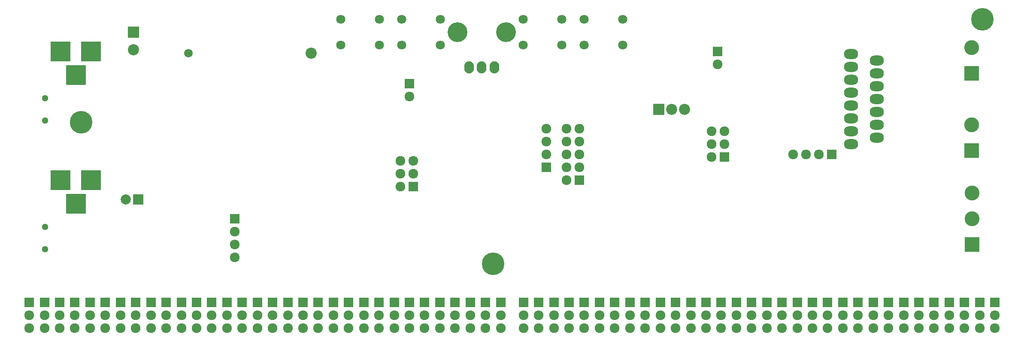
<source format=gbs>
G04 (created by PCBNEW (2013-may-18)-stable) date Tue 18 Mar 2014 20:31:26 GMT*
%MOIN*%
G04 Gerber Fmt 3.4, Leading zero omitted, Abs format*
%FSLAX34Y34*%
G01*
G70*
G90*
G04 APERTURE LIST*
%ADD10C,0.00590551*%
%ADD11C,0.085748*%
%ADD12R,0.085748X0.085748*%
%ADD13C,0.051148*%
%ADD14C,0.070748*%
%ADD15R,0.075748X0.075748*%
%ADD16C,0.075748*%
%ADD17O,0.110236X0.0787402*%
%ADD18R,0.0866142X0.0866142*%
%ADD19C,0.0866142*%
%ADD20R,0.0787402X0.0787402*%
%ADD21C,0.0787402*%
%ADD22R,0.115748X0.115748*%
%ADD23C,0.115748*%
%ADD24R,0.153548X0.153548*%
%ADD25C,0.066948*%
%ADD26C,0.086648*%
%ADD27C,0.175748*%
%ADD28O,0.0748031X0.0944882*%
%ADD29C,0.153543*%
G04 APERTURE END LIST*
G54D10*
G54D11*
X102870Y-68000D03*
G54D12*
X100870Y-68000D03*
G54D11*
X101870Y-68000D03*
G54D13*
X53189Y-67134D03*
X53189Y-68866D03*
X53189Y-77134D03*
X53189Y-78866D03*
G54D14*
X93330Y-61000D03*
X93330Y-63000D03*
X90330Y-61000D03*
X90330Y-63000D03*
X80881Y-63000D03*
X80881Y-61000D03*
X83881Y-63000D03*
X83881Y-61000D03*
G54D15*
X114295Y-71500D03*
G54D16*
X113295Y-71500D03*
X112295Y-71500D03*
X111295Y-71500D03*
G54D15*
X92125Y-72500D03*
G54D16*
X92125Y-71500D03*
X92125Y-70500D03*
X92125Y-69500D03*
G54D15*
X67913Y-76500D03*
G54D16*
X67913Y-77500D03*
X67913Y-78500D03*
X67913Y-79500D03*
G54D15*
X105968Y-71700D03*
G54D16*
X104968Y-71700D03*
X105968Y-70700D03*
X104968Y-70700D03*
X105968Y-69700D03*
X104968Y-69700D03*
G54D15*
X81791Y-74000D03*
G54D16*
X80791Y-74000D03*
X81791Y-73000D03*
X80791Y-73000D03*
X81791Y-72000D03*
X80791Y-72000D03*
G54D15*
X68503Y-83000D03*
G54D16*
X68503Y-84000D03*
X68503Y-85000D03*
G54D15*
X82677Y-83000D03*
G54D16*
X82677Y-84000D03*
X82677Y-85000D03*
G54D15*
X83858Y-83000D03*
G54D16*
X83858Y-84000D03*
X83858Y-85000D03*
G54D15*
X67322Y-83000D03*
G54D16*
X67322Y-84000D03*
X67322Y-85000D03*
G54D15*
X62598Y-83000D03*
G54D16*
X62598Y-84000D03*
X62598Y-85000D03*
G54D15*
X69685Y-83000D03*
G54D16*
X69685Y-84000D03*
X69685Y-85000D03*
G54D15*
X70866Y-83000D03*
G54D16*
X70866Y-84000D03*
X70866Y-85000D03*
G54D15*
X85039Y-83000D03*
G54D16*
X85039Y-84000D03*
X85039Y-85000D03*
G54D15*
X86220Y-83000D03*
G54D16*
X86220Y-84000D03*
X86220Y-85000D03*
G54D15*
X87401Y-83000D03*
G54D16*
X87401Y-84000D03*
X87401Y-85000D03*
G54D15*
X72047Y-83000D03*
G54D16*
X72047Y-84000D03*
X72047Y-85000D03*
G54D15*
X88582Y-83000D03*
G54D16*
X88582Y-84000D03*
X88582Y-85000D03*
G54D15*
X79133Y-83000D03*
G54D16*
X79133Y-84000D03*
X79133Y-85000D03*
G54D15*
X75590Y-83000D03*
G54D16*
X75590Y-84000D03*
X75590Y-85000D03*
G54D15*
X74409Y-83000D03*
G54D16*
X74409Y-84000D03*
X74409Y-85000D03*
G54D15*
X73228Y-83000D03*
G54D16*
X73228Y-84000D03*
X73228Y-85000D03*
G54D15*
X53149Y-83000D03*
G54D16*
X53149Y-84000D03*
X53149Y-85000D03*
G54D15*
X54330Y-83000D03*
G54D16*
X54330Y-84000D03*
X54330Y-85000D03*
G54D15*
X55511Y-83000D03*
G54D16*
X55511Y-84000D03*
X55511Y-85000D03*
G54D15*
X76771Y-83000D03*
G54D16*
X76771Y-84000D03*
X76771Y-85000D03*
G54D15*
X51968Y-83000D03*
G54D16*
X51968Y-84000D03*
X51968Y-85000D03*
G54D15*
X77952Y-83000D03*
G54D16*
X77952Y-84000D03*
X77952Y-85000D03*
G54D15*
X66141Y-83000D03*
G54D16*
X66141Y-84000D03*
X66141Y-85000D03*
G54D15*
X80314Y-83000D03*
G54D16*
X80314Y-84000D03*
X80314Y-85000D03*
G54D15*
X81496Y-83000D03*
G54D16*
X81496Y-84000D03*
X81496Y-85000D03*
G54D15*
X56692Y-83000D03*
G54D16*
X56692Y-84000D03*
X56692Y-85000D03*
G54D15*
X57874Y-83000D03*
G54D16*
X57874Y-84000D03*
X57874Y-85000D03*
G54D15*
X59055Y-83000D03*
G54D16*
X59055Y-84000D03*
X59055Y-85000D03*
G54D15*
X60236Y-83000D03*
G54D16*
X60236Y-84000D03*
X60236Y-85000D03*
G54D15*
X61417Y-83000D03*
G54D16*
X61417Y-84000D03*
X61417Y-85000D03*
G54D15*
X63779Y-83000D03*
G54D16*
X63779Y-84000D03*
X63779Y-85000D03*
G54D15*
X64960Y-83000D03*
G54D16*
X64960Y-84000D03*
X64960Y-85000D03*
G54D15*
X119881Y-83000D03*
G54D16*
X119881Y-84000D03*
X119881Y-85000D03*
G54D15*
X116338Y-83000D03*
G54D16*
X116338Y-84000D03*
X116338Y-85000D03*
G54D15*
X115157Y-83000D03*
G54D16*
X115157Y-84000D03*
X115157Y-85000D03*
G54D15*
X113976Y-83000D03*
G54D16*
X113976Y-84000D03*
X113976Y-85000D03*
G54D15*
X112795Y-83000D03*
G54D16*
X112795Y-84000D03*
X112795Y-85000D03*
G54D15*
X111614Y-83000D03*
G54D16*
X111614Y-84000D03*
X111614Y-85000D03*
G54D15*
X110433Y-83000D03*
G54D16*
X110433Y-84000D03*
X110433Y-85000D03*
G54D15*
X118700Y-83000D03*
G54D16*
X118700Y-84000D03*
X118700Y-85000D03*
G54D15*
X97440Y-83000D03*
G54D16*
X97440Y-84000D03*
X97440Y-85000D03*
G54D15*
X121062Y-83000D03*
G54D16*
X121062Y-84000D03*
X121062Y-85000D03*
G54D15*
X122244Y-83000D03*
G54D16*
X122244Y-84000D03*
X122244Y-85000D03*
G54D15*
X123425Y-83000D03*
G54D16*
X123425Y-84000D03*
X123425Y-85000D03*
G54D15*
X124606Y-83000D03*
G54D16*
X124606Y-84000D03*
X124606Y-85000D03*
G54D15*
X125787Y-83000D03*
G54D16*
X125787Y-84000D03*
X125787Y-85000D03*
G54D15*
X126968Y-83000D03*
G54D16*
X126968Y-84000D03*
X126968Y-85000D03*
G54D15*
X98622Y-83000D03*
G54D16*
X98622Y-84000D03*
X98622Y-85000D03*
G54D15*
X96259Y-83000D03*
G54D16*
X96259Y-84000D03*
X96259Y-85000D03*
G54D15*
X117519Y-83000D03*
G54D16*
X117519Y-84000D03*
X117519Y-85000D03*
G54D15*
X95078Y-83000D03*
G54D16*
X95078Y-84000D03*
X95078Y-85000D03*
G54D15*
X93897Y-83000D03*
G54D16*
X93897Y-84000D03*
X93897Y-85000D03*
G54D15*
X92716Y-83000D03*
G54D16*
X92716Y-84000D03*
X92716Y-85000D03*
G54D15*
X91535Y-83000D03*
G54D16*
X91535Y-84000D03*
X91535Y-85000D03*
G54D15*
X90354Y-83000D03*
G54D16*
X90354Y-84000D03*
X90354Y-85000D03*
G54D15*
X99803Y-83000D03*
G54D16*
X99803Y-84000D03*
X99803Y-85000D03*
G54D15*
X100984Y-83000D03*
G54D16*
X100984Y-84000D03*
X100984Y-85000D03*
G54D15*
X102165Y-83000D03*
G54D16*
X102165Y-84000D03*
X102165Y-85000D03*
G54D15*
X103346Y-83000D03*
G54D16*
X103346Y-84000D03*
X103346Y-85000D03*
G54D15*
X104527Y-83000D03*
G54D16*
X104527Y-84000D03*
X104527Y-85000D03*
G54D15*
X105708Y-83000D03*
G54D16*
X105708Y-84000D03*
X105708Y-85000D03*
G54D15*
X106889Y-83000D03*
G54D16*
X106889Y-84000D03*
X106889Y-85000D03*
G54D15*
X108070Y-83000D03*
G54D16*
X108070Y-84000D03*
X108070Y-85000D03*
G54D15*
X105413Y-63500D03*
G54D16*
X105413Y-64500D03*
G54D15*
X81496Y-66000D03*
G54D16*
X81496Y-67000D03*
G54D17*
X115779Y-63700D03*
X117779Y-64200D03*
X115779Y-64700D03*
X117779Y-65200D03*
X115779Y-65700D03*
X117779Y-66200D03*
X115779Y-66700D03*
X117779Y-67200D03*
X115779Y-67700D03*
X117779Y-68200D03*
X115779Y-68700D03*
X117779Y-69200D03*
X115779Y-69700D03*
X117779Y-70200D03*
X115779Y-70700D03*
G54D18*
X60050Y-62011D03*
G54D19*
X60050Y-63388D03*
G54D20*
X60433Y-75000D03*
G54D21*
X59448Y-75000D03*
G54D22*
X125196Y-78500D03*
G54D23*
X125196Y-76500D03*
X125196Y-74500D03*
G54D24*
X56771Y-63500D03*
X54409Y-63500D03*
X55590Y-65350D03*
X56771Y-73500D03*
X54409Y-73500D03*
X55590Y-75350D03*
G54D22*
X125161Y-65200D03*
G54D23*
X125161Y-63200D03*
G54D22*
X125161Y-71200D03*
G54D23*
X125161Y-69200D03*
G54D15*
X94692Y-73500D03*
G54D16*
X93692Y-73500D03*
X94692Y-72500D03*
X93692Y-72500D03*
X94692Y-71500D03*
X93692Y-71500D03*
X94692Y-70500D03*
X93692Y-70500D03*
X94692Y-69500D03*
X93692Y-69500D03*
G54D15*
X109251Y-83000D03*
G54D16*
X109251Y-84000D03*
X109251Y-85000D03*
G54D14*
X76157Y-63000D03*
X76157Y-61000D03*
X79157Y-63000D03*
X79157Y-61000D03*
X98055Y-61000D03*
X98055Y-63000D03*
X95055Y-61000D03*
X95055Y-63000D03*
G54D25*
X64330Y-63632D03*
G54D26*
X73858Y-63632D03*
G54D27*
X56000Y-69000D03*
X126000Y-61000D03*
X88000Y-80000D03*
G54D28*
X86122Y-64755D03*
X87106Y-64755D03*
X88090Y-64755D03*
G54D29*
X85216Y-62000D03*
X88996Y-62000D03*
M02*

</source>
